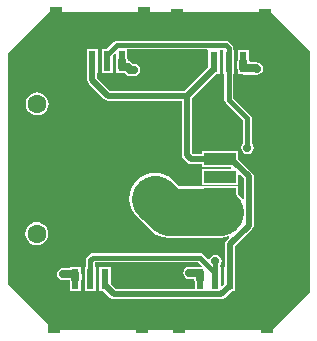
<source format=gtl>
G04*
G04 #@! TF.GenerationSoftware,Altium Limited,Altium Designer,21.6.1 (37)*
G04*
G04 Layer_Physical_Order=1*
G04 Layer_Color=255*
%FSLAX44Y44*%
%MOMM*%
G71*
G04*
G04 #@! TF.SameCoordinates,1BEE1390-1912-4ABB-88D9-A5500B876282*
G04*
G04*
G04 #@! TF.FilePolarity,Positive*
G04*
G01*
G75*
%ADD14R,1.0000X2.7000*%
%ADD15R,0.6000X1.7000*%
%ADD16R,3.8000X1.8000*%
%ADD17R,2.7000X1.0000*%
%ADD25C,0.7000*%
%ADD26C,0.4000*%
%ADD27C,0.5000*%
%ADD28C,4.0000*%
%ADD29C,1.6000*%
%ADD30C,2.4000*%
G04:AMPARAMS|DCode=31|XSize=2.4mm|YSize=2.4mm|CornerRadius=0.6mm|HoleSize=0mm|Usage=FLASHONLY|Rotation=0.000|XOffset=0mm|YOffset=0mm|HoleType=Round|Shape=RoundedRectangle|*
%AMROUNDEDRECTD31*
21,1,2.4000,1.2000,0,0,0.0*
21,1,1.2000,2.4000,0,0,0.0*
1,1,1.2000,0.6000,-0.6000*
1,1,1.2000,-0.6000,-0.6000*
1,1,1.2000,-0.6000,0.6000*
1,1,1.2000,0.6000,0.6000*
%
%ADD31ROUNDEDRECTD31*%
%ADD32C,0.7000*%
G36*
X1531000Y2811000D02*
Y2607000D01*
X1499000Y2575000D01*
X1314000D01*
X1275000Y2614000D01*
Y2809000D01*
X1309746Y2843746D01*
X1497720Y2844280D01*
X1531000Y2811000D01*
D02*
G37*
%LPC*%
G36*
X1459907Y2819773D02*
X1459907Y2819773D01*
X1367500D01*
X1367500Y2819773D01*
X1366056Y2819485D01*
X1364832Y2818668D01*
X1364832Y2818668D01*
X1358615Y2812450D01*
X1354550D01*
Y2792050D01*
X1363950D01*
Y2807115D01*
X1365877Y2809042D01*
X1367050Y2808556D01*
Y2804576D01*
X1366852Y2804279D01*
X1366448Y2802250D01*
Y2797750D01*
X1366852Y2795721D01*
X1367050Y2795424D01*
Y2792050D01*
X1371738D01*
X1372250Y2791948D01*
X1374554D01*
X1375251Y2791251D01*
X1376971Y2790102D01*
X1379000Y2789698D01*
X1382000D01*
X1384029Y2790102D01*
X1385749Y2791251D01*
X1386898Y2792971D01*
X1387302Y2795000D01*
X1386898Y2797029D01*
X1385749Y2798749D01*
X1384029Y2799898D01*
X1382000Y2800302D01*
X1381196D01*
X1380499Y2800999D01*
X1378779Y2802148D01*
X1377002Y2802502D01*
X1376648Y2804279D01*
X1376450Y2804576D01*
Y2812227D01*
X1444102D01*
X1445050Y2811450D01*
X1445050Y2810958D01*
Y2797106D01*
X1425226Y2777282D01*
X1361774D01*
X1351032Y2788024D01*
Y2792050D01*
X1351450D01*
Y2812450D01*
X1342050D01*
Y2792050D01*
X1342468D01*
Y2786250D01*
X1342794Y2784611D01*
X1343722Y2783222D01*
X1356972Y2769972D01*
X1358361Y2769044D01*
X1360000Y2768718D01*
X1422718D01*
Y2722429D01*
X1423044Y2720790D01*
X1423972Y2719401D01*
X1426901Y2716472D01*
X1428290Y2715544D01*
X1429929Y2715218D01*
X1439800D01*
Y2712800D01*
X1457086D01*
X1457500Y2712718D01*
X1464278D01*
X1464444Y2712470D01*
X1463765Y2711200D01*
X1439800D01*
Y2697800D01*
X1470200D01*
Y2706024D01*
X1471373Y2706510D01*
X1474918Y2702966D01*
Y2685883D01*
X1473686Y2685575D01*
X1473130Y2686614D01*
X1470418Y2689919D01*
X1470200Y2690098D01*
Y2696200D01*
X1456066D01*
X1455000Y2696305D01*
X1420532D01*
X1415419Y2701418D01*
X1412114Y2704130D01*
X1408344Y2706145D01*
X1404254Y2707386D01*
X1400000Y2707805D01*
X1395746Y2707386D01*
X1391656Y2706145D01*
X1387886Y2704130D01*
X1384581Y2701418D01*
X1381870Y2698114D01*
X1379855Y2694344D01*
X1378614Y2690254D01*
X1378195Y2686000D01*
X1378614Y2681746D01*
X1379855Y2677656D01*
X1381870Y2673886D01*
X1384581Y2670581D01*
X1396082Y2659081D01*
X1399386Y2656370D01*
X1403156Y2654355D01*
X1407246Y2653114D01*
X1411500Y2652695D01*
X1455000D01*
X1459254Y2653114D01*
X1462223Y2654015D01*
X1462896Y2652892D01*
X1460222Y2650218D01*
X1459294Y2648828D01*
X1458968Y2647190D01*
Y2627950D01*
X1458550D01*
Y2613606D01*
X1456623Y2611679D01*
X1455450Y2612165D01*
Y2627950D01*
X1454648D01*
Y2629183D01*
X1454749Y2629251D01*
X1455898Y2630971D01*
X1456302Y2633000D01*
X1455898Y2635029D01*
X1454749Y2636749D01*
X1453029Y2637898D01*
X1451000Y2638302D01*
X1448971Y2637898D01*
X1447251Y2636749D01*
X1446102Y2635029D01*
X1446067Y2634853D01*
X1444851Y2634484D01*
X1440668Y2638668D01*
X1439444Y2639485D01*
X1438000Y2639773D01*
X1438000Y2639773D01*
X1347343D01*
X1345900Y2639485D01*
X1344676Y2638668D01*
X1344675Y2638668D01*
X1342332Y2636324D01*
X1341515Y2635100D01*
X1341228Y2633657D01*
X1341228Y2633657D01*
Y2628200D01*
X1340300D01*
Y2607800D01*
X1349700D01*
Y2628200D01*
X1348772D01*
Y2632094D01*
X1348906Y2632227D01*
X1436437D01*
X1439542Y2629123D01*
X1439056Y2627950D01*
X1438262D01*
X1437750Y2628052D01*
X1434257D01*
X1433000Y2628302D01*
X1429000D01*
X1426971Y2627898D01*
X1425251Y2626749D01*
X1424102Y2625029D01*
X1423698Y2623000D01*
X1424102Y2620971D01*
X1425251Y2619251D01*
X1426971Y2618102D01*
X1429000Y2617698D01*
X1431993D01*
X1432998Y2617498D01*
X1433352Y2615721D01*
X1433550Y2615424D01*
Y2609332D01*
X1366724D01*
X1362200Y2613856D01*
Y2628200D01*
X1352800D01*
Y2607800D01*
X1356144D01*
X1361922Y2602022D01*
X1363311Y2601094D01*
X1364950Y2600768D01*
X1456050D01*
X1457689Y2601094D01*
X1459078Y2602022D01*
X1464606Y2607550D01*
X1467950D01*
Y2627950D01*
X1467532D01*
Y2645416D01*
X1482228Y2660112D01*
X1483156Y2661501D01*
X1483482Y2663140D01*
Y2704740D01*
X1483156Y2706378D01*
X1482228Y2707768D01*
X1470200Y2719796D01*
Y2726200D01*
X1439800D01*
Y2723782D01*
X1431703D01*
X1431282Y2724203D01*
Y2771226D01*
X1451106Y2791050D01*
X1454450D01*
Y2810958D01*
X1454450Y2811450D01*
X1455398Y2812227D01*
X1456602D01*
X1457550Y2811450D01*
Y2791050D01*
X1458477D01*
Y2769750D01*
X1458477Y2769750D01*
X1458765Y2768306D01*
X1459583Y2767083D01*
X1474227Y2752437D01*
Y2732714D01*
X1473102Y2731029D01*
X1472698Y2729000D01*
X1473102Y2726971D01*
X1474251Y2725251D01*
X1475971Y2724102D01*
X1478000Y2723698D01*
X1480029Y2724102D01*
X1481749Y2725251D01*
X1482898Y2726971D01*
X1483302Y2729000D01*
X1482898Y2731029D01*
X1481772Y2732714D01*
Y2754000D01*
X1481772Y2754000D01*
X1481485Y2755444D01*
X1480668Y2756667D01*
X1480668Y2756667D01*
X1466022Y2771313D01*
Y2791050D01*
X1466950D01*
Y2811450D01*
X1466022D01*
Y2813657D01*
X1465735Y2815100D01*
X1464918Y2816324D01*
X1464917Y2816324D01*
X1462574Y2818668D01*
X1461351Y2819485D01*
X1459907Y2819773D01*
D02*
G37*
G36*
X1479450Y2811450D02*
X1470050D01*
Y2803576D01*
X1469852Y2803279D01*
X1469448Y2801250D01*
Y2796750D01*
X1469852Y2794721D01*
X1470050Y2794424D01*
Y2791050D01*
X1474738D01*
X1475250Y2790948D01*
X1484743D01*
X1486000Y2790698D01*
X1488029Y2791102D01*
X1489749Y2792251D01*
X1490898Y2793971D01*
X1491302Y2796000D01*
X1490898Y2798029D01*
X1489749Y2799749D01*
X1489499Y2799999D01*
X1487779Y2801148D01*
X1485750Y2801552D01*
X1479992D01*
X1479648Y2803279D01*
X1479450Y2803576D01*
Y2811450D01*
D02*
G37*
G36*
X1300178Y2776026D02*
X1297646Y2775692D01*
X1295286Y2774715D01*
X1293260Y2773160D01*
X1291705Y2771134D01*
X1290728Y2768774D01*
X1290394Y2766242D01*
X1290728Y2763710D01*
X1291705Y2761350D01*
X1293260Y2759324D01*
X1295286Y2757769D01*
X1297646Y2756792D01*
X1300178Y2756458D01*
X1302710Y2756792D01*
X1305070Y2757769D01*
X1307096Y2759324D01*
X1308651Y2761350D01*
X1309628Y2763710D01*
X1309962Y2766242D01*
X1309628Y2768774D01*
X1308651Y2771134D01*
X1307096Y2773160D01*
X1305070Y2774715D01*
X1302710Y2775692D01*
X1300178Y2776026D01*
D02*
G37*
G36*
X1299670Y2666044D02*
X1297138Y2665710D01*
X1294778Y2664733D01*
X1292752Y2663178D01*
X1291197Y2661152D01*
X1290220Y2658792D01*
X1289886Y2656260D01*
X1290220Y2653728D01*
X1291197Y2651368D01*
X1292752Y2649342D01*
X1294778Y2647787D01*
X1297138Y2646810D01*
X1299670Y2646476D01*
X1302202Y2646810D01*
X1304562Y2647787D01*
X1306588Y2649342D01*
X1308143Y2651368D01*
X1309120Y2653728D01*
X1309454Y2656260D01*
X1309120Y2658792D01*
X1308143Y2661152D01*
X1306588Y2663178D01*
X1304562Y2664733D01*
X1302202Y2665710D01*
X1299670Y2666044D01*
D02*
G37*
G36*
X1337200Y2628200D02*
X1327800D01*
Y2627302D01*
X1322000D01*
X1319971Y2626898D01*
X1318251Y2625749D01*
X1317102Y2624029D01*
X1316698Y2622000D01*
X1317102Y2619971D01*
X1318251Y2618251D01*
X1319971Y2617102D01*
X1322000Y2616698D01*
X1327457D01*
X1327602Y2615971D01*
X1327800Y2615674D01*
Y2607800D01*
X1337200D01*
Y2615674D01*
X1337398Y2615971D01*
X1337802Y2618000D01*
Y2621500D01*
X1337398Y2623529D01*
X1337200Y2623826D01*
Y2628200D01*
D02*
G37*
%LPD*%
D14*
X1390250Y2834250D02*
D03*
X1315750D02*
D03*
X1493250Y2833250D02*
D03*
X1418750D02*
D03*
X1419750Y2585750D02*
D03*
X1494250D02*
D03*
X1314000Y2586000D02*
D03*
X1388500D02*
D03*
D15*
X1359250Y2802250D02*
D03*
X1371750D02*
D03*
X1346750D02*
D03*
X1334250D02*
D03*
X1462250Y2801250D02*
D03*
X1474750D02*
D03*
X1449750D02*
D03*
X1437250D02*
D03*
X1450750Y2617750D02*
D03*
X1438250D02*
D03*
X1463250D02*
D03*
X1475750D02*
D03*
X1345000Y2618000D02*
D03*
X1332500D02*
D03*
X1357500D02*
D03*
X1370000D02*
D03*
D16*
X1502000Y2772000D02*
D03*
Y2652000D02*
D03*
D17*
X1455000Y2749500D02*
D03*
Y2734500D02*
D03*
Y2719500D02*
D03*
Y2704500D02*
D03*
Y2689500D02*
D03*
Y2674500D02*
D03*
D25*
X1433000Y2623000D02*
X1433250Y2622750D01*
X1429000Y2623000D02*
X1433000D01*
X1438250Y2617750D02*
Y2622250D01*
X1437750Y2622750D02*
X1438250Y2622250D01*
X1433250Y2622750D02*
X1437750D01*
X1332000Y2622000D02*
X1332500Y2621500D01*
X1322000Y2622000D02*
X1332000D01*
X1332500Y2618000D02*
Y2621500D01*
X1372250Y2797250D02*
X1376750D01*
X1379000Y2795000D01*
X1371750Y2797750D02*
Y2802250D01*
Y2797750D02*
X1372250Y2797250D01*
X1379000Y2795000D02*
X1382000D01*
X1485750Y2796250D02*
X1486000Y2796000D01*
X1474750Y2796750D02*
Y2801250D01*
Y2796750D02*
X1475250Y2796250D01*
X1485750D01*
D26*
X1345000Y2618000D02*
Y2633657D01*
X1438000Y2636000D02*
X1450750Y2623250D01*
X1345000Y2633657D02*
X1347343Y2636000D01*
X1438000D01*
X1450875Y2623250D02*
Y2632875D01*
Y2617875D02*
Y2623250D01*
Y2632875D02*
X1451000Y2633000D01*
X1450750Y2617750D02*
X1450875Y2617875D01*
X1462250Y2769750D02*
X1478000Y2754000D01*
Y2729000D02*
Y2754000D01*
X1462250Y2769750D02*
Y2801250D01*
Y2813657D01*
X1367500Y2816000D02*
X1459907D01*
X1462250Y2813657D01*
X1359250Y2807750D02*
X1367500Y2816000D01*
X1359250Y2802250D02*
Y2807750D01*
D27*
X1455000Y2719500D02*
X1457500Y2717000D01*
X1466940D01*
X1479200Y2704740D01*
X1463250Y2617750D02*
Y2647190D01*
X1479200Y2663140D01*
Y2704740D01*
X1463250Y2612250D02*
Y2617750D01*
X1456050Y2605050D02*
X1463250Y2612250D01*
X1364950Y2605050D02*
X1456050D01*
X1357500Y2612500D02*
X1364950Y2605050D01*
X1357500Y2612500D02*
Y2618000D01*
X1346750Y2786250D02*
X1360000Y2773000D01*
X1346750Y2786250D02*
Y2802250D01*
X1360000Y2773000D02*
X1427000D01*
X1449750Y2795750D02*
Y2801250D01*
X1427000Y2773000D02*
X1449750Y2795750D01*
X1427000Y2722429D02*
Y2773000D01*
X1429929Y2719500D02*
X1455000D01*
X1427000Y2722429D02*
X1429929Y2719500D01*
D28*
X1411500Y2674500D02*
X1455000D01*
X1400000Y2686000D02*
X1411500Y2674500D01*
D29*
X1299670Y2656260D02*
D03*
X1300178Y2766242D02*
D03*
D30*
X1400000Y2686000D02*
D03*
D31*
Y2735000D02*
D03*
D32*
X1429000Y2623000D02*
D03*
X1322000Y2622000D02*
D03*
X1486000Y2796000D02*
D03*
X1382000Y2795000D02*
D03*
X1451000Y2633000D02*
D03*
X1463000Y2705000D02*
D03*
X1478000Y2729000D02*
D03*
M02*

</source>
